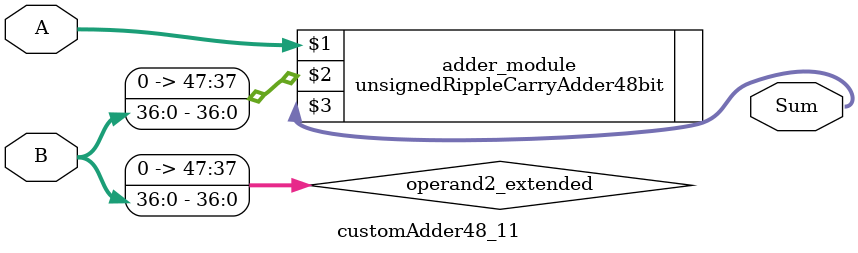
<source format=v>
module customAdder48_11(
                        input [47 : 0] A,
                        input [36 : 0] B,
                        
                        output [48 : 0] Sum
                );

        wire [47 : 0] operand2_extended;
        
        assign operand2_extended =  {11'b0, B};
        
        unsignedRippleCarryAdder48bit adder_module(
            A,
            operand2_extended,
            Sum
        );
        
        endmodule
        
</source>
